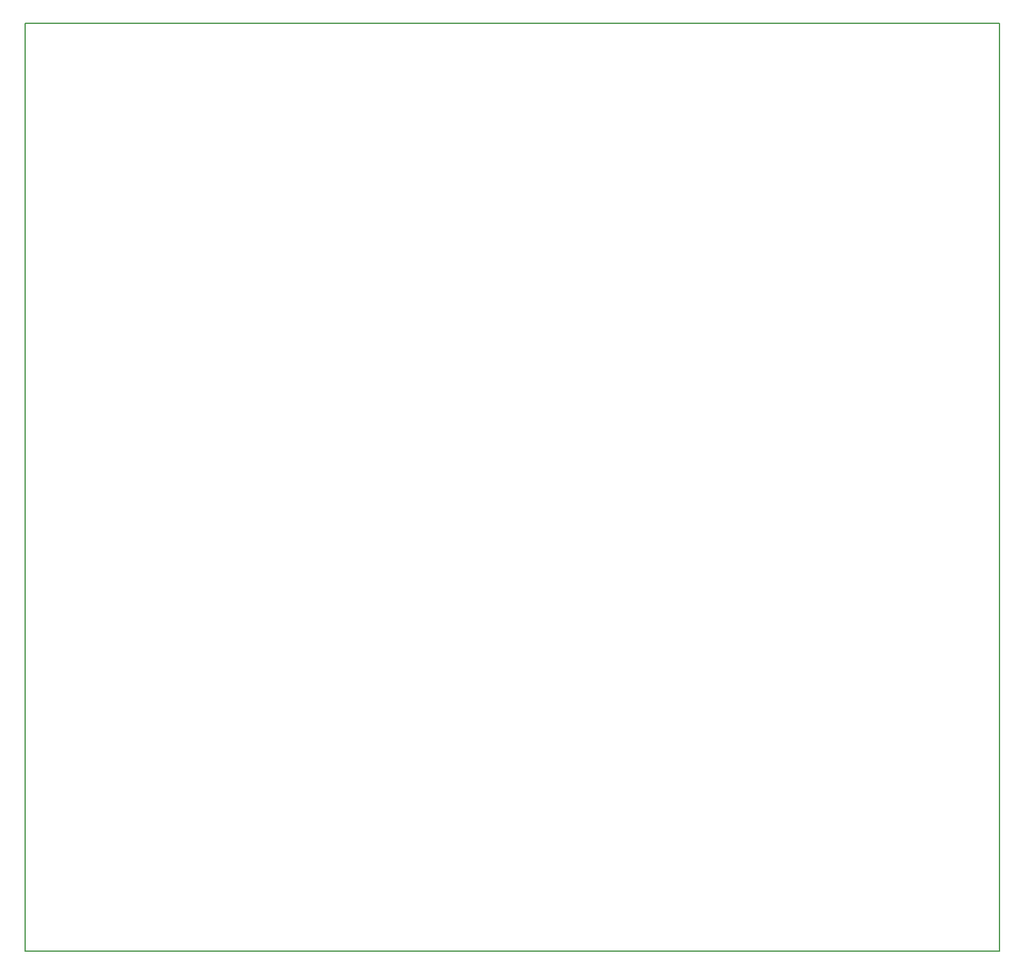
<source format=gbr>
G04 #@! TF.FileFunction,Profile,NP*
%FSLAX46Y46*%
G04 Gerber Fmt 4.6, Leading zero omitted, Abs format (unit mm)*
G04 Created by KiCad (PCBNEW 4.0.4-stable) date 12/23/16 23:51:56*
%MOMM*%
%LPD*%
G01*
G04 APERTURE LIST*
%ADD10C,0.100000*%
%ADD11C,0.150000*%
G04 APERTURE END LIST*
D10*
D11*
X59690000Y-165100000D02*
X59690000Y-161290000D01*
X194310000Y-165100000D02*
X59690000Y-165100000D01*
X194310000Y-36830000D02*
X194310000Y-165100000D01*
X59690000Y-36830000D02*
X194310000Y-36830000D01*
X59690000Y-161290000D02*
X59690000Y-36830000D01*
M02*

</source>
